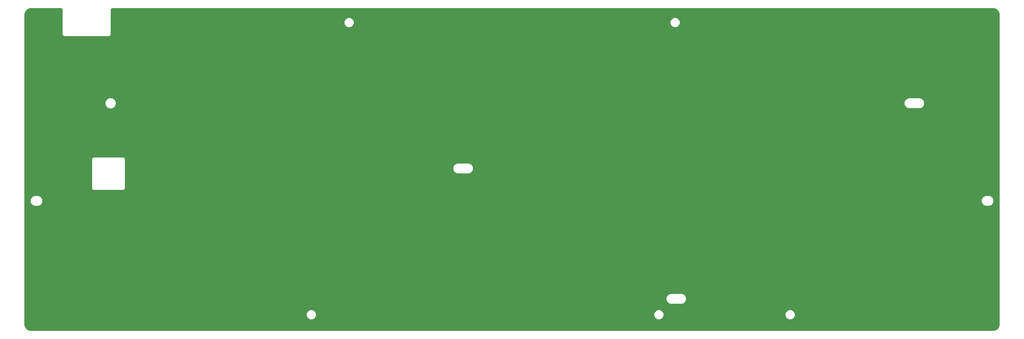
<source format=gbl>
%TF.GenerationSoftware,KiCad,Pcbnew,7.0.1-0*%
%TF.CreationDate,2023-04-15T21:16:26+09:00*%
%TF.ProjectId,Sandy_Plate_Bottom,53616e64-795f-4506-9c61-74655f426f74,v.1 (042)*%
%TF.SameCoordinates,Original*%
%TF.FileFunction,Copper,L2,Bot*%
%TF.FilePolarity,Positive*%
%FSLAX46Y46*%
G04 Gerber Fmt 4.6, Leading zero omitted, Abs format (unit mm)*
G04 Created by KiCad (PCBNEW 7.0.1-0) date 2023-04-15 21:16:26*
%MOMM*%
%LPD*%
G01*
G04 APERTURE LIST*
G04 APERTURE END LIST*
%TA.AperFunction,NonConductor*%
G36*
X26031979Y-17075891D02*
G01*
X26043107Y-17077143D01*
X26050090Y-17077929D01*
X26052283Y-17078197D01*
X26154841Y-17091699D01*
X26179986Y-17097686D01*
X26219402Y-17111476D01*
X26225998Y-17113994D01*
X26234528Y-17117527D01*
X26294017Y-17142168D01*
X26312826Y-17151884D01*
X26330365Y-17162904D01*
X26352495Y-17176808D01*
X26362166Y-17183535D01*
X26416887Y-17225524D01*
X26429275Y-17236387D01*
X26463159Y-17270268D01*
X26474023Y-17282655D01*
X26505475Y-17323644D01*
X26516100Y-17337491D01*
X26522820Y-17347153D01*
X26547634Y-17386640D01*
X26557359Y-17405464D01*
X26585728Y-17473955D01*
X26588248Y-17480556D01*
X26601850Y-17519427D01*
X26607843Y-17544595D01*
X26621609Y-17649149D01*
X26621894Y-17651487D01*
X26623667Y-17667220D01*
X26624460Y-17681330D01*
X26624460Y-24698975D01*
X26624499Y-24699177D01*
X26624499Y-24742257D01*
X26654608Y-24874179D01*
X26713316Y-24996094D01*
X26727527Y-25013915D01*
X26797681Y-25101890D01*
X26903460Y-25186253D01*
X26903471Y-25186262D01*
X27025381Y-25244978D01*
X27080805Y-25257631D01*
X27157303Y-25275096D01*
X27199799Y-25275097D01*
X27199809Y-25275100D01*
X27224861Y-25275100D01*
X27224960Y-25275100D01*
X40024460Y-25275100D01*
X40025059Y-25275100D01*
X40049927Y-25275100D01*
X40050118Y-25275061D01*
X40092618Y-25275064D01*
X40176101Y-25256014D01*
X40224541Y-25244961D01*
X40224542Y-25244960D01*
X40224544Y-25244960D01*
X40346463Y-25186254D01*
X40452261Y-25101890D01*
X40536633Y-24996097D01*
X40595347Y-24874182D01*
X40625459Y-24742258D01*
X40625460Y-24674600D01*
X40625460Y-24674100D01*
X40625460Y-21325000D01*
X108969341Y-21325000D01*
X108989937Y-21560409D01*
X109051096Y-21788662D01*
X109150965Y-22002829D01*
X109286507Y-22196404D01*
X109453595Y-22363492D01*
X109453598Y-22363494D01*
X109453599Y-22363495D01*
X109647171Y-22499035D01*
X109861337Y-22598903D01*
X110089592Y-22660063D01*
X110266034Y-22675500D01*
X110383960Y-22675500D01*
X110383966Y-22675500D01*
X110560408Y-22660063D01*
X110788663Y-22598903D01*
X111002829Y-22499035D01*
X111196401Y-22363495D01*
X111363495Y-22196401D01*
X111499035Y-22002830D01*
X111598903Y-21788663D01*
X111660063Y-21560408D01*
X111680659Y-21325000D01*
X111680659Y-21324999D01*
X204219341Y-21324999D01*
X204239937Y-21560409D01*
X204301096Y-21788662D01*
X204400965Y-22002829D01*
X204536507Y-22196404D01*
X204703595Y-22363492D01*
X204703598Y-22363494D01*
X204703599Y-22363495D01*
X204897171Y-22499035D01*
X205111337Y-22598903D01*
X205339592Y-22660063D01*
X205516034Y-22675500D01*
X205633960Y-22675500D01*
X205633966Y-22675500D01*
X205810408Y-22660063D01*
X206038663Y-22598903D01*
X206252829Y-22499035D01*
X206446401Y-22363495D01*
X206613495Y-22196401D01*
X206749035Y-22002830D01*
X206848903Y-21788663D01*
X206910063Y-21560408D01*
X206930659Y-21325000D01*
X206910063Y-21089592D01*
X206848903Y-20861337D01*
X206749035Y-20647171D01*
X206613495Y-20453599D01*
X206613494Y-20453598D01*
X206613492Y-20453595D01*
X206446404Y-20286507D01*
X206252829Y-20150965D01*
X206038662Y-20051096D01*
X205810409Y-19989937D01*
X205785202Y-19987731D01*
X205633966Y-19974500D01*
X205516034Y-19974500D01*
X205383702Y-19986077D01*
X205339590Y-19989937D01*
X205111337Y-20051096D01*
X204897170Y-20150965D01*
X204703595Y-20286507D01*
X204536507Y-20453595D01*
X204400965Y-20647169D01*
X204301096Y-20861336D01*
X204239937Y-21089590D01*
X204219341Y-21324999D01*
X111680659Y-21324999D01*
X111660063Y-21089592D01*
X111598903Y-20861337D01*
X111499035Y-20647171D01*
X111363495Y-20453599D01*
X111363494Y-20453598D01*
X111363492Y-20453595D01*
X111196404Y-20286507D01*
X111002829Y-20150965D01*
X110788662Y-20051096D01*
X110560409Y-19989937D01*
X110535202Y-19987731D01*
X110383966Y-19974500D01*
X110266034Y-19974500D01*
X110133702Y-19986077D01*
X110089590Y-19989937D01*
X109861337Y-20051096D01*
X109647170Y-20150965D01*
X109453595Y-20286507D01*
X109286507Y-20453595D01*
X109150965Y-20647169D01*
X109051096Y-20861336D01*
X108989937Y-21089590D01*
X108969341Y-21325000D01*
X40625460Y-21325000D01*
X40625460Y-17681675D01*
X40626252Y-17667574D01*
X40628293Y-17649451D01*
X40628569Y-17647183D01*
X40642054Y-17544759D01*
X40648040Y-17519617D01*
X40661924Y-17479936D01*
X40664410Y-17473425D01*
X40692500Y-17405609D01*
X40702206Y-17386821D01*
X40727282Y-17346910D01*
X40733972Y-17337291D01*
X40775827Y-17282745D01*
X40786649Y-17270405D01*
X40820741Y-17236310D01*
X40833100Y-17225470D01*
X40887752Y-17183535D01*
X40897369Y-17176846D01*
X40937087Y-17151888D01*
X40955891Y-17142172D01*
X41024172Y-17113889D01*
X41030710Y-17111393D01*
X41069833Y-17097701D01*
X41094990Y-17091711D01*
X41199592Y-17077939D01*
X41201694Y-17077682D01*
X41217582Y-17075891D01*
X41231680Y-17075100D01*
X298420843Y-17075100D01*
X298429080Y-17075370D01*
X298433512Y-17075660D01*
X298508321Y-17080562D01*
X298508409Y-17080568D01*
X298686465Y-17093303D01*
X298702040Y-17095401D01*
X298812995Y-17117469D01*
X298814941Y-17117874D01*
X298955165Y-17148378D01*
X298968868Y-17152181D01*
X299082229Y-17190659D01*
X299085698Y-17191895D01*
X299213826Y-17239684D01*
X299225509Y-17244729D01*
X299335179Y-17298811D01*
X299339833Y-17301227D01*
X299457581Y-17365522D01*
X299467169Y-17371327D01*
X299531748Y-17414476D01*
X299569836Y-17439925D01*
X299575344Y-17443823D01*
X299681884Y-17523578D01*
X299689437Y-17529701D01*
X299782613Y-17611412D01*
X299788616Y-17617036D01*
X299882554Y-17710974D01*
X299888190Y-17716991D01*
X299969804Y-17810053D01*
X299975941Y-17817622D01*
X300055853Y-17924371D01*
X300059749Y-17929876D01*
X300128163Y-18032263D01*
X300133966Y-18041848D01*
X300134156Y-18042195D01*
X300198530Y-18160088D01*
X300200948Y-18164744D01*
X300254760Y-18273862D01*
X300259810Y-18285559D01*
X300307944Y-18414612D01*
X300309201Y-18418142D01*
X300347323Y-18530445D01*
X300351130Y-18544164D01*
X300382025Y-18686185D01*
X300382484Y-18688386D01*
X300404138Y-18797243D01*
X300406238Y-18812837D01*
X300419424Y-18997210D01*
X300419475Y-18997956D01*
X300424190Y-19069883D01*
X300424460Y-19078125D01*
X300424460Y-109670477D01*
X300424190Y-109678721D01*
X300419001Y-109757862D01*
X300418950Y-109758606D01*
X300406261Y-109936039D01*
X300404161Y-109951633D01*
X300382016Y-110062960D01*
X300381557Y-110065162D01*
X300351203Y-110204695D01*
X300347396Y-110218412D01*
X300308729Y-110332321D01*
X300307472Y-110335853D01*
X300259949Y-110463266D01*
X300254898Y-110474962D01*
X300200483Y-110585302D01*
X300198066Y-110589958D01*
X300134190Y-110706939D01*
X300128367Y-110716556D01*
X300059294Y-110819930D01*
X300055397Y-110825437D01*
X299976254Y-110931159D01*
X299970117Y-110938728D01*
X299887760Y-111032637D01*
X299882124Y-111038654D01*
X299789051Y-111131727D01*
X299783032Y-111137365D01*
X299689026Y-111219804D01*
X299681459Y-111225939D01*
X299575952Y-111304921D01*
X299570444Y-111308819D01*
X299466787Y-111378079D01*
X299457171Y-111383901D01*
X299340673Y-111447513D01*
X299336015Y-111449932D01*
X299225146Y-111504605D01*
X299213452Y-111509653D01*
X299086965Y-111556831D01*
X299083431Y-111558090D01*
X298968532Y-111597090D01*
X298954817Y-111600896D01*
X298817251Y-111630822D01*
X298815045Y-111631282D01*
X298701724Y-111653820D01*
X298686135Y-111655919D01*
X298515324Y-111668136D01*
X298514574Y-111668187D01*
X298428463Y-111673830D01*
X298420224Y-111674100D01*
X17429082Y-111674100D01*
X17420841Y-111673830D01*
X17416551Y-111673548D01*
X17341728Y-111668644D01*
X17340981Y-111668593D01*
X17163511Y-111655900D01*
X17147919Y-111653800D01*
X17036668Y-111631671D01*
X17034466Y-111631213D01*
X16894841Y-111600840D01*
X16881130Y-111597034D01*
X16767302Y-111558394D01*
X16763816Y-111557153D01*
X16636254Y-111509575D01*
X16624557Y-111504525D01*
X16514358Y-111450180D01*
X16509702Y-111447762D01*
X16411296Y-111394029D01*
X16392552Y-111383794D01*
X16382953Y-111377982D01*
X16279733Y-111309013D01*
X16274227Y-111305116D01*
X16168309Y-111225827D01*
X16160741Y-111219691D01*
X16067022Y-111137502D01*
X16061004Y-111131865D01*
X15967693Y-111038554D01*
X15962056Y-111032536D01*
X15879867Y-110938817D01*
X15873731Y-110931249D01*
X15794442Y-110825331D01*
X15790556Y-110819841D01*
X15721568Y-110716594D01*
X15715772Y-110707021D01*
X15651795Y-110589854D01*
X15649378Y-110585200D01*
X15637587Y-110561290D01*
X15595025Y-110474984D01*
X15589991Y-110463325D01*
X15542377Y-110335667D01*
X15541187Y-110332321D01*
X15502517Y-110218406D01*
X15498725Y-110204743D01*
X15468324Y-110064994D01*
X15467902Y-110062960D01*
X15445756Y-109951624D01*
X15443659Y-109936061D01*
X15430937Y-109758170D01*
X15425730Y-109678719D01*
X15425460Y-109670480D01*
X15425460Y-106925000D01*
X97919341Y-106925000D01*
X97939937Y-107160409D01*
X98001096Y-107388662D01*
X98100965Y-107602829D01*
X98236507Y-107796404D01*
X98403595Y-107963492D01*
X98403598Y-107963494D01*
X98403599Y-107963495D01*
X98597171Y-108099035D01*
X98811337Y-108198903D01*
X99039592Y-108260063D01*
X99216034Y-108275500D01*
X99333960Y-108275500D01*
X99333966Y-108275500D01*
X99510408Y-108260063D01*
X99738663Y-108198903D01*
X99952829Y-108099035D01*
X100146401Y-107963495D01*
X100313495Y-107796401D01*
X100449035Y-107602830D01*
X100548903Y-107388663D01*
X100610063Y-107160408D01*
X100630659Y-106925000D01*
X199469341Y-106925000D01*
X199489937Y-107160409D01*
X199551096Y-107388662D01*
X199650965Y-107602829D01*
X199786507Y-107796404D01*
X199953595Y-107963492D01*
X199953598Y-107963494D01*
X199953599Y-107963495D01*
X200147171Y-108099035D01*
X200361337Y-108198903D01*
X200589592Y-108260063D01*
X200766034Y-108275500D01*
X200883960Y-108275500D01*
X200883966Y-108275500D01*
X201060408Y-108260063D01*
X201288663Y-108198903D01*
X201502829Y-108099035D01*
X201696401Y-107963495D01*
X201863495Y-107796401D01*
X201999035Y-107602830D01*
X202098903Y-107388663D01*
X202160063Y-107160408D01*
X202180659Y-106925000D01*
X237819341Y-106925000D01*
X237839937Y-107160409D01*
X237901096Y-107388662D01*
X238000965Y-107602829D01*
X238136507Y-107796404D01*
X238303595Y-107963492D01*
X238303598Y-107963494D01*
X238303599Y-107963495D01*
X238497171Y-108099035D01*
X238711337Y-108198903D01*
X238939592Y-108260063D01*
X239116034Y-108275500D01*
X239233960Y-108275500D01*
X239233966Y-108275500D01*
X239410408Y-108260063D01*
X239638663Y-108198903D01*
X239852829Y-108099035D01*
X240046401Y-107963495D01*
X240213495Y-107796401D01*
X240349035Y-107602830D01*
X240448903Y-107388663D01*
X240510063Y-107160408D01*
X240530659Y-106925000D01*
X240510063Y-106689592D01*
X240448903Y-106461337D01*
X240349035Y-106247171D01*
X240213495Y-106053599D01*
X240213494Y-106053598D01*
X240213492Y-106053595D01*
X240046404Y-105886507D01*
X239852829Y-105750965D01*
X239638662Y-105651096D01*
X239410409Y-105589937D01*
X239385202Y-105587731D01*
X239233966Y-105574500D01*
X239116034Y-105574500D01*
X238983702Y-105586077D01*
X238939590Y-105589937D01*
X238711337Y-105651096D01*
X238497170Y-105750965D01*
X238303595Y-105886507D01*
X238136507Y-106053595D01*
X238000965Y-106247169D01*
X237901096Y-106461336D01*
X237839937Y-106689590D01*
X237819341Y-106925000D01*
X202180659Y-106925000D01*
X202160063Y-106689592D01*
X202098903Y-106461337D01*
X201999035Y-106247171D01*
X201863495Y-106053599D01*
X201863494Y-106053598D01*
X201863492Y-106053595D01*
X201696404Y-105886507D01*
X201502829Y-105750965D01*
X201288662Y-105651096D01*
X201060409Y-105589937D01*
X201035202Y-105587731D01*
X200883966Y-105574500D01*
X200766034Y-105574500D01*
X200633702Y-105586077D01*
X200589590Y-105589937D01*
X200361337Y-105651096D01*
X200147170Y-105750965D01*
X199953595Y-105886507D01*
X199786507Y-106053595D01*
X199650965Y-106247169D01*
X199551096Y-106461336D01*
X199489937Y-106689590D01*
X199469341Y-106925000D01*
X100630659Y-106925000D01*
X100610063Y-106689592D01*
X100548903Y-106461337D01*
X100449035Y-106247171D01*
X100313495Y-106053599D01*
X100313494Y-106053598D01*
X100313492Y-106053595D01*
X100146404Y-105886507D01*
X99952829Y-105750965D01*
X99738662Y-105651096D01*
X99510409Y-105589937D01*
X99485202Y-105587731D01*
X99333966Y-105574500D01*
X99216034Y-105574500D01*
X99083702Y-105586077D01*
X99039590Y-105589937D01*
X98811337Y-105651096D01*
X98597170Y-105750965D01*
X98403595Y-105886507D01*
X98236507Y-106053595D01*
X98100965Y-106247169D01*
X98001096Y-106461336D01*
X97939937Y-106689590D01*
X97919341Y-106925000D01*
X15425460Y-106925000D01*
X15425460Y-102394792D01*
X203074460Y-102394792D01*
X203114026Y-102631897D01*
X203114027Y-102631899D01*
X203192076Y-102859252D01*
X203192077Y-102859255D01*
X203192078Y-102859256D01*
X203306488Y-103070667D01*
X203454135Y-103260364D01*
X203630991Y-103423171D01*
X203832232Y-103554649D01*
X204052369Y-103651210D01*
X204285397Y-103710220D01*
X204464970Y-103725100D01*
X207384945Y-103725100D01*
X207384950Y-103725100D01*
X207564523Y-103710220D01*
X207797551Y-103651210D01*
X208017688Y-103554649D01*
X208218929Y-103423171D01*
X208395785Y-103260364D01*
X208543432Y-103070667D01*
X208657842Y-102859256D01*
X208735894Y-102631897D01*
X208775460Y-102394792D01*
X208775460Y-102154408D01*
X208735894Y-101917303D01*
X208657842Y-101689944D01*
X208543432Y-101478533D01*
X208395785Y-101288836D01*
X208218929Y-101126029D01*
X208017688Y-100994551D01*
X208017685Y-100994549D01*
X208017684Y-100994549D01*
X207907619Y-100946270D01*
X207797551Y-100897990D01*
X207564523Y-100838980D01*
X207384950Y-100824100D01*
X204464970Y-100824100D01*
X204285397Y-100838980D01*
X204052369Y-100897990D01*
X204052365Y-100897991D01*
X204052364Y-100897992D01*
X203832235Y-100994549D01*
X203832231Y-100994551D01*
X203832232Y-100994551D01*
X203630991Y-101126029D01*
X203630989Y-101126030D01*
X203630987Y-101126032D01*
X203454138Y-101288832D01*
X203306489Y-101478531D01*
X203192076Y-101689947D01*
X203114027Y-101917300D01*
X203114026Y-101917303D01*
X203074460Y-102154408D01*
X203074460Y-102394792D01*
X15425460Y-102394792D01*
X15425460Y-73694792D01*
X17274460Y-73694792D01*
X17314026Y-73931897D01*
X17314027Y-73931899D01*
X17392076Y-74159252D01*
X17392077Y-74159255D01*
X17392078Y-74159256D01*
X17506488Y-74370667D01*
X17654135Y-74560364D01*
X17830991Y-74723171D01*
X18032232Y-74854649D01*
X18252369Y-74951210D01*
X18485397Y-75010220D01*
X18664970Y-75025100D01*
X19284945Y-75025100D01*
X19284950Y-75025100D01*
X19464523Y-75010220D01*
X19697551Y-74951210D01*
X19917688Y-74854649D01*
X20118929Y-74723171D01*
X20295785Y-74560364D01*
X20443432Y-74370667D01*
X20557842Y-74159256D01*
X20635894Y-73931897D01*
X20675460Y-73694792D01*
X295174460Y-73694792D01*
X295214026Y-73931897D01*
X295214027Y-73931899D01*
X295292076Y-74159252D01*
X295292077Y-74159255D01*
X295292078Y-74159256D01*
X295406488Y-74370667D01*
X295554135Y-74560364D01*
X295730991Y-74723171D01*
X295932232Y-74854649D01*
X296152369Y-74951210D01*
X296385397Y-75010220D01*
X296564970Y-75025100D01*
X297184945Y-75025100D01*
X297184950Y-75025100D01*
X297364523Y-75010220D01*
X297597551Y-74951210D01*
X297817688Y-74854649D01*
X298018929Y-74723171D01*
X298195785Y-74560364D01*
X298343432Y-74370667D01*
X298457842Y-74159256D01*
X298535894Y-73931897D01*
X298575460Y-73694792D01*
X298575460Y-73454408D01*
X298535894Y-73217303D01*
X298457842Y-72989944D01*
X298343432Y-72778533D01*
X298195785Y-72588836D01*
X298018929Y-72426029D01*
X297817688Y-72294551D01*
X297817685Y-72294549D01*
X297817684Y-72294549D01*
X297707619Y-72246270D01*
X297597551Y-72197990D01*
X297364523Y-72138980D01*
X297184950Y-72124100D01*
X296564970Y-72124100D01*
X296385397Y-72138980D01*
X296152369Y-72197990D01*
X296152365Y-72197991D01*
X296152364Y-72197992D01*
X295932235Y-72294549D01*
X295932231Y-72294551D01*
X295932232Y-72294551D01*
X295730991Y-72426029D01*
X295730989Y-72426030D01*
X295730987Y-72426032D01*
X295554138Y-72588832D01*
X295406489Y-72778531D01*
X295292076Y-72989947D01*
X295214027Y-73217300D01*
X295214026Y-73217303D01*
X295174460Y-73454408D01*
X295174460Y-73694792D01*
X20675460Y-73694792D01*
X20675460Y-73454408D01*
X20635894Y-73217303D01*
X20557842Y-72989944D01*
X20443432Y-72778533D01*
X20295785Y-72588836D01*
X20118929Y-72426029D01*
X19917688Y-72294551D01*
X19917685Y-72294549D01*
X19917684Y-72294549D01*
X19807619Y-72246270D01*
X19697551Y-72197990D01*
X19464523Y-72138980D01*
X19284950Y-72124100D01*
X18664970Y-72124100D01*
X18485397Y-72138980D01*
X18252369Y-72197990D01*
X18252365Y-72197991D01*
X18252364Y-72197992D01*
X18032235Y-72294549D01*
X18032231Y-72294551D01*
X18032232Y-72294551D01*
X17830991Y-72426029D01*
X17830989Y-72426030D01*
X17830987Y-72426032D01*
X17654138Y-72588832D01*
X17506489Y-72778531D01*
X17392076Y-72989947D01*
X17314027Y-73217300D01*
X17314026Y-73217303D01*
X17274460Y-73454408D01*
X17274460Y-73694792D01*
X15425460Y-73694792D01*
X15425460Y-69778975D01*
X35224460Y-69778975D01*
X35224499Y-69779177D01*
X35224499Y-69822257D01*
X35254608Y-69954179D01*
X35313316Y-70076094D01*
X35327527Y-70093915D01*
X35397681Y-70181890D01*
X35503460Y-70266253D01*
X35503471Y-70266262D01*
X35625381Y-70324978D01*
X35680805Y-70337631D01*
X35757303Y-70355096D01*
X35799799Y-70355097D01*
X35799809Y-70355100D01*
X35824861Y-70355100D01*
X35824960Y-70355100D01*
X44174460Y-70355100D01*
X44175059Y-70355100D01*
X44199927Y-70355100D01*
X44200118Y-70355061D01*
X44242618Y-70355064D01*
X44326101Y-70336014D01*
X44374541Y-70324961D01*
X44374542Y-70324960D01*
X44374544Y-70324960D01*
X44496463Y-70266254D01*
X44602261Y-70181890D01*
X44686633Y-70076097D01*
X44745347Y-69954182D01*
X44775459Y-69822258D01*
X44775460Y-69754600D01*
X44775460Y-69754100D01*
X44775460Y-64194792D01*
X140774460Y-64194792D01*
X140814026Y-64431897D01*
X140814027Y-64431899D01*
X140892076Y-64659252D01*
X140892077Y-64659255D01*
X140892078Y-64659256D01*
X141006488Y-64870667D01*
X141154135Y-65060364D01*
X141330991Y-65223171D01*
X141532232Y-65354649D01*
X141752369Y-65451210D01*
X141985397Y-65510220D01*
X142164970Y-65525100D01*
X145084945Y-65525100D01*
X145084950Y-65525100D01*
X145264523Y-65510220D01*
X145497551Y-65451210D01*
X145717688Y-65354649D01*
X145918929Y-65223171D01*
X146095785Y-65060364D01*
X146243432Y-64870667D01*
X146357842Y-64659256D01*
X146435894Y-64431897D01*
X146475460Y-64194792D01*
X146475460Y-63954408D01*
X146435894Y-63717303D01*
X146357842Y-63489944D01*
X146243432Y-63278533D01*
X146095785Y-63088836D01*
X145918929Y-62926029D01*
X145717688Y-62794551D01*
X145717685Y-62794549D01*
X145717684Y-62794549D01*
X145607619Y-62746270D01*
X145497551Y-62697990D01*
X145264523Y-62638980D01*
X145084950Y-62624100D01*
X142164970Y-62624100D01*
X141985397Y-62638980D01*
X141752369Y-62697990D01*
X141752365Y-62697991D01*
X141752364Y-62697992D01*
X141532235Y-62794549D01*
X141532231Y-62794551D01*
X141532232Y-62794551D01*
X141330991Y-62926029D01*
X141330989Y-62926030D01*
X141330987Y-62926032D01*
X141154138Y-63088832D01*
X141006489Y-63278531D01*
X140892076Y-63489947D01*
X140814027Y-63717300D01*
X140814026Y-63717303D01*
X140774460Y-63954408D01*
X140774460Y-64194792D01*
X44775460Y-64194792D01*
X44775460Y-61506831D01*
X44775500Y-61506630D01*
X44775500Y-61386939D01*
X44775500Y-61386937D01*
X44745386Y-61255004D01*
X44686668Y-61133081D01*
X44602290Y-61027281D01*
X44496485Y-60942911D01*
X44374558Y-60884201D01*
X44335551Y-60875300D01*
X44242621Y-60854095D01*
X44174964Y-60854099D01*
X44174960Y-60854100D01*
X35877189Y-60854100D01*
X35876972Y-60854057D01*
X35824960Y-60854060D01*
X35757578Y-60854063D01*
X35757295Y-60854064D01*
X35625369Y-60884183D01*
X35503453Y-60942902D01*
X35503451Y-60942903D01*
X35503450Y-60942904D01*
X35461396Y-60976443D01*
X35397651Y-61027282D01*
X35313282Y-61133084D01*
X35254571Y-61255005D01*
X35224460Y-61386938D01*
X35224460Y-69778975D01*
X15425460Y-69778975D01*
X15425460Y-45098910D01*
X39124760Y-45098910D01*
X39165681Y-45344140D01*
X39165682Y-45344142D01*
X39246407Y-45579288D01*
X39246408Y-45579289D01*
X39364738Y-45797944D01*
X39517444Y-45994140D01*
X39700360Y-46162526D01*
X39908496Y-46298509D01*
X40136176Y-46398378D01*
X40377189Y-46459411D01*
X40562906Y-46474800D01*
X40687009Y-46474800D01*
X40687014Y-46474800D01*
X40872731Y-46459411D01*
X41113744Y-46398378D01*
X41341424Y-46298509D01*
X41549560Y-46162526D01*
X41732476Y-45994140D01*
X41885182Y-45797944D01*
X42003512Y-45579289D01*
X42084239Y-45344140D01*
X42125160Y-45098910D01*
X42125160Y-45094792D01*
X272624460Y-45094792D01*
X272664026Y-45331897D01*
X272664027Y-45331899D01*
X272742076Y-45559252D01*
X272742077Y-45559255D01*
X272742078Y-45559256D01*
X272856488Y-45770667D01*
X273004135Y-45960364D01*
X273004137Y-45960366D01*
X273004138Y-45960367D01*
X273040829Y-45994143D01*
X273180991Y-46123171D01*
X273382232Y-46254649D01*
X273602369Y-46351210D01*
X273835397Y-46410220D01*
X274014970Y-46425100D01*
X276934945Y-46425100D01*
X276934950Y-46425100D01*
X277114523Y-46410220D01*
X277347551Y-46351210D01*
X277567688Y-46254649D01*
X277768929Y-46123171D01*
X277945785Y-45960364D01*
X278093432Y-45770667D01*
X278207842Y-45559256D01*
X278285894Y-45331897D01*
X278325460Y-45094792D01*
X278325460Y-44854408D01*
X278285894Y-44617303D01*
X278207842Y-44389944D01*
X278093432Y-44178533D01*
X277945785Y-43988836D01*
X277909094Y-43955060D01*
X277768932Y-43826032D01*
X277768929Y-43826029D01*
X277567688Y-43694551D01*
X277567685Y-43694549D01*
X277567684Y-43694549D01*
X277457619Y-43646270D01*
X277347551Y-43597990D01*
X277114523Y-43538980D01*
X276934950Y-43524100D01*
X274014970Y-43524100D01*
X273835397Y-43538980D01*
X273602369Y-43597990D01*
X273602365Y-43597991D01*
X273602364Y-43597992D01*
X273382235Y-43694549D01*
X273382231Y-43694551D01*
X273382232Y-43694551D01*
X273180991Y-43826029D01*
X273180989Y-43826030D01*
X273180987Y-43826032D01*
X273004138Y-43988832D01*
X272856489Y-44178531D01*
X272742076Y-44389947D01*
X272668230Y-44605057D01*
X272664026Y-44617303D01*
X272624460Y-44854408D01*
X272624460Y-45094792D01*
X42125160Y-45094792D01*
X42125160Y-44850290D01*
X42084239Y-44605060D01*
X42003512Y-44369911D01*
X41885182Y-44151256D01*
X41732476Y-43955060D01*
X41549560Y-43786674D01*
X41341424Y-43650691D01*
X41113744Y-43550822D01*
X41113742Y-43550821D01*
X41113739Y-43550820D01*
X40872735Y-43489790D01*
X40872734Y-43489789D01*
X40872731Y-43489789D01*
X40687014Y-43474400D01*
X40562906Y-43474400D01*
X40377189Y-43489789D01*
X40377185Y-43489789D01*
X40377184Y-43489790D01*
X40136180Y-43550820D01*
X40028643Y-43597990D01*
X39908496Y-43650691D01*
X39700360Y-43786674D01*
X39700358Y-43786675D01*
X39700356Y-43786677D01*
X39517447Y-43955056D01*
X39364737Y-44151257D01*
X39246407Y-44369911D01*
X39165682Y-44605057D01*
X39165681Y-44605060D01*
X39124760Y-44850290D01*
X39124760Y-45098910D01*
X15425460Y-45098910D01*
X15425460Y-19078720D01*
X15425730Y-19070482D01*
X15426049Y-19065605D01*
X15430943Y-18990939D01*
X15443660Y-18813134D01*
X15445755Y-18797579D01*
X15467918Y-18686156D01*
X15468315Y-18684248D01*
X15498727Y-18544447D01*
X15502514Y-18530802D01*
X15541206Y-18416820D01*
X15542362Y-18413574D01*
X15589997Y-18285860D01*
X15595018Y-18274229D01*
X15649400Y-18163955D01*
X15651774Y-18159384D01*
X15715784Y-18042158D01*
X15721555Y-18032625D01*
X15790580Y-17929322D01*
X15794418Y-17923900D01*
X15873751Y-17817923D01*
X15879846Y-17810406D01*
X15962084Y-17716631D01*
X15967663Y-17710675D01*
X16061035Y-17617303D01*
X16066991Y-17611724D01*
X16160766Y-17529486D01*
X16168283Y-17523391D01*
X16274260Y-17444058D01*
X16279682Y-17440220D01*
X16382985Y-17371195D01*
X16392518Y-17365424D01*
X16509744Y-17301414D01*
X16514315Y-17299040D01*
X16624589Y-17244658D01*
X16636220Y-17239637D01*
X16763934Y-17192002D01*
X16767180Y-17190846D01*
X16881162Y-17152154D01*
X16894807Y-17148367D01*
X17034608Y-17117955D01*
X17036516Y-17117558D01*
X17147939Y-17095395D01*
X17163494Y-17093300D01*
X17341299Y-17080583D01*
X17415965Y-17075689D01*
X17420842Y-17075370D01*
X17429080Y-17075100D01*
X26017886Y-17075100D01*
X26031979Y-17075891D01*
G37*
%TD.AperFunction*%
M02*

</source>
